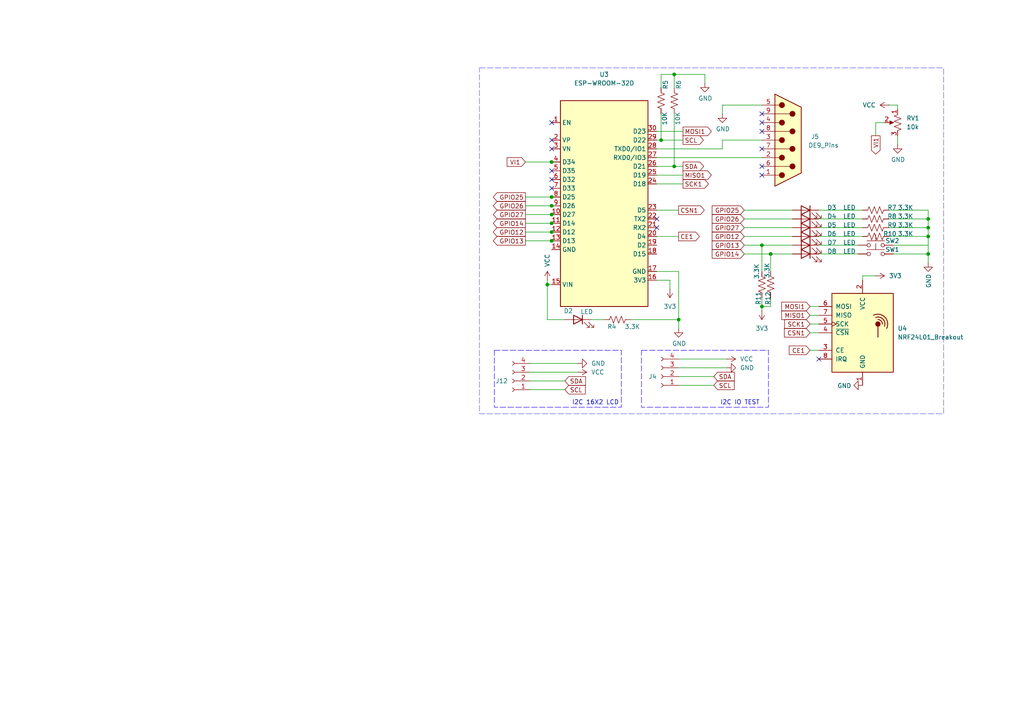
<source format=kicad_sch>
(kicad_sch (version 20250114) (generator "eeschema") (generator_version "9.0")
  (paper "A4")
  (lib_symbols
    (symbol "Add_new:ESP-WROOM-32D"
      (property "Reference" "U3" (at 0 3.81 0))
      (property "Value" "ESP-WROOM-32D" (at 0 1.27 0))
      (property "Footprint" "Add_New:ESP-WROOM-32D" (at 0 -1.27 0))
      (symbol "ESP-WROOM-32D_1_1"
        (rectangle (start -12.7 -3.81) (end 12.7 -63.5) (stroke (width 0.254)) (fill (type background)))
        (pin power_in line (at -15.24 -10.16 0) (length 2.54) (name "EN") (number "1"))
        (pin input line (at -15.24 -15.24 0) (length 2.54) (name "VP") (number "2"))
        (pin input line (at -15.24 -17.78 0) (length 2.54) (name "VN") (number "3"))
        (pin input line (at -15.24 -21.59 0) (length 2.54) (name "D34") (number "4"))
        (pin input line (at -15.24 -24.13 0) (length 2.54) (name "D35") (number "5"))
        (pin input line (at -15.24 -26.67 0) (length 2.54) (name "D32") (number "6"))
        (pin input line (at -15.24 -29.21 0) (length 2.54) (name "D33") (number "7"))
        (pin bidirectional line (at -15.24 -31.75 0) (length 2.54) (name "D25") (number "8"))
        (pin bidirectional line (at -15.24 -34.29 0) (length 2.54) (name "D26") (number "9"))
        (pin bidirectional line (at -15.24 -36.83 0) (length 2.54) (name "D27") (number "10"))
        (pin bidirectional line (at -15.24 -39.37 0) (length 2.54) (name "D14") (number "11"))
        (pin bidirectional line (at -15.24 -41.91 0) (length 2.54) (name "D12") (number "12"))
        (pin bidirectional line (at -15.24 -44.45 0) (length 2.54) (name "D13") (number "13"))
        (pin bidirectional line (at -15.24 -46.99 0) (length 2.54) (name "GND") (number "14"))
        (pin power_in line (at -15.24 -57.15 0) (length 2.54) (name "VIN") (number "15"))
        (pin bidirectional line (at 15.24 -12.7 180) (length 2.54) (name "D23") (number "30"))
        (pin bidirectional line (at 15.24 -15.24 180) (length 2.54) (name "D22") (number "29"))
        (pin bidirectional line (at 15.24 -17.78 180) (length 2.54) (name "TXD0/IO1") (number "28"))
        (pin bidirectional line (at 15.24 -20.32 180) (length 2.54) (name "RXD0/IO3") (number "27"))
        (pin bidirectional line (at 15.24 -22.86 180) (length 2.54) (name "D21") (number "26"))
        (pin bidirectional line (at 15.24 -25.4 180) (length 2.54) (name "D19") (number "25"))
        (pin bidirectional line (at 15.24 -27.94 180) (length 2.54) (name "D18") (number "24"))
        (pin bidirectional line (at 15.24 -35.56 180) (length 2.54) (name "D5") (number "23"))
        (pin bidirectional line (at 15.24 -38.1 180) (length 2.54) (name "TX2") (number "22"))
        (pin bidirectional line (at 15.24 -40.64 180) (length 2.54) (name "RX2") (number "21"))
        (pin bidirectional line (at 15.24 -43.18 180) (length 2.54) (name "D4") (number "20"))
        (pin bidirectional line (at 15.24 -45.72 180) (length 2.54) (name "D2") (number "19"))
        (pin bidirectional line (at 15.24 -48.26 180) (length 2.54) (name "D15") (number "18"))
        (pin power_in line (at 15.24 -53.34 180) (length 2.54) (name "GND") (number "17"))
        (pin power_in line (at 15.24 -55.88 180) (length 2.54) (name "3V3") (number "16"))
      )
    )
    (symbol "Connector:Conn_01x04_Socket" (pin_names (offset 1.016) (hide yes))
      (property "Reference" "J" (at 0 5.08 0))
      (property "Value" "Conn_01x04_Socket" (at 0 -7.62 0))
      (symbol "Conn_01x04_Socket_1_1"
        (polyline (pts (xy -1.27 2.54) (xy -0.508 2.54)) (stroke (width 0.1524)))
        (polyline (pts (xy -1.27 0) (xy -0.508 0)) (stroke (width 0.1524)))
        (polyline (pts (xy -1.27 -2.54) (xy -0.508 -2.54)) (stroke (width 0.1524)))
        (polyline (pts (xy -1.27 -5.08) (xy -0.508 -5.08)) (stroke (width 0.1524)))
        (arc (start 0 2.032) (mid -0.5058 2.54) (end 0 3.048) (stroke (width 0.1524)))
        (arc (start 0 -0.508) (mid -0.5058 0) (end 0 0.508) (stroke (width 0.1524)))
        (arc (start 0 -3.048) (mid -0.5058 -2.54) (end 0 -2.032) (stroke (width 0.1524)))
        (arc (start 0 -5.588) (mid -0.5058 -5.08) (end 0 -4.572) (stroke (width 0.1524)))
        (pin passive line (at -5.08 2.54 0) (length 3.81) (name "Pin_1") (number "1"))
        (pin passive line (at -5.08 0 0) (length 3.81) (name "Pin_2") (number "2"))
        (pin passive line (at -5.08 -2.54 0) (length 3.81) (name "Pin_3") (number "3"))
        (pin passive line (at -5.08 -5.08 0) (length 3.81) (name "Pin_4") (number "4"))
      )
    )
    (symbol "Connector:DE9_Pins" (pin_names (offset 1.016) (hide yes))
      (property "Reference" "J" (at 0 13.97 0))
      (property "Value" "DE9_Pins" (at 0 -14.605 0))
      (symbol "DE9_Pins_0_1"
        (polyline (pts (xy -3.81 10.16) (xy -2.54 10.16)))
        (polyline (pts (xy -3.81 7.62) (xy 0.508 7.62)))
        (polyline (pts (xy -3.81 5.08) (xy -2.54 5.08)))
        (polyline (pts (xy -3.81 2.54) (xy 0.508 2.54)))
        (polyline (pts (xy -3.81 0) (xy -2.54 0)))
        (polyline (pts (xy -3.81 -2.54) (xy 0.508 -2.54)))
        (polyline (pts (xy -3.81 -5.08) (xy -2.54 -5.08)))
        (polyline (pts (xy -3.81 -7.62) (xy 0.508 -7.62)))
        (polyline (pts (xy -3.81 -10.16) (xy -2.54 -10.16)))
        (polyline (pts (xy -3.81 -13.335) (xy -3.81 13.335) (xy 3.81 9.525) (xy 3.81 -9.525) (xy -3.81 -13.335)) (stroke (width 0.254)) (fill (type background)))
        (circle (center -1.778 10.16) (radius 0.762) (fill (type outline)))
        (circle (center -1.778 5.08) (radius 0.762) (fill (type outline)))
        (circle (center -1.778 0) (radius 0.762) (fill (type outline)))
        (circle (center -1.778 -5.08) (radius 0.762) (fill (type outline)))
        (circle (center -1.778 -10.16) (radius 0.762) (fill (type outline)))
        (circle (center 1.27 7.62) (radius 0.762) (fill (type outline)))
        (circle (center 1.27 2.54) (radius 0.762) (fill (type outline)))
        (circle (center 1.27 -2.54) (radius 0.762) (fill (type outline)))
        (circle (center 1.27 -7.62) (radius 0.762) (fill (type outline)))
      )
      (symbol "DE9_Pins_1_1"
        (pin passive line (at -7.62 10.16 0) (length 3.81) (name "5") (number "5"))
        (pin passive line (at -7.62 7.62 0) (length 3.81) (name "9") (number "9"))
        (pin passive line (at -7.62 5.08 0) (length 3.81) (name "4") (number "4"))
        (pin passive line (at -7.62 2.54 0) (length 3.81) (name "8") (number "8"))
        (pin passive line (at -7.62 0 0) (length 3.81) (name "3") (number "3"))
        (pin passive line (at -7.62 -2.54 0) (length 3.81) (name "7") (number "7"))
        (pin passive line (at -7.62 -5.08 0) (length 3.81) (name "2") (number "2"))
        (pin passive line (at -7.62 -7.62 0) (length 3.81) (name "6") (number "6"))
        (pin passive line (at -7.62 -10.16 0) (length 3.81) (name "1") (number "1"))
      )
    )
    (symbol "Device:LED" (pin_numbers (hide yes)) (pin_names (offset 1.016) (hide yes))
      (property "Reference" "D" (at 0 2.54 0))
      (property "Value" "LED" (at 0 -2.54 0))
      (symbol "LED_0_1"
        (polyline (pts (xy -3.048 -0.762) (xy -4.572 -2.286) (xy -3.81 -2.286) (xy -4.572 -2.286) (xy -4.572 -1.524)))
        (polyline (pts (xy -1.778 -0.762) (xy -3.302 -2.286) (xy -2.54 -2.286) (xy -3.302 -2.286) (xy -3.302 -1.524)))
        (polyline (pts (xy -1.27 0) (xy 1.27 0)))
        (polyline (pts (xy -1.27 -1.27) (xy -1.27 1.27)) (stroke (width 0.254)))
        (polyline (pts (xy 1.27 -1.27) (xy 1.27 1.27) (xy -1.27 0) (xy 1.27 -1.27)) (stroke (width 0.254)))
      )
      (symbol "LED_1_1"
        (pin passive line (at -3.81 0 0) (length 2.54) (name "K") (number "1"))
        (pin passive line (at 3.81 0 180) (length 2.54) (name "A") (number "2"))
      )
    )
    (symbol "Device:R_Potentiometer_US" (pin_names (offset 1.016) (hide yes))
      (property "Reference" "RV" (at -4.445 0 90))
      (property "Value" "R_Potentiometer_US" (at -2.54 0 90))
      (symbol "R_Potentiometer_US_0_1"
        (polyline (pts (xy 0 2.54) (xy 0 2.286)))
        (polyline (pts (xy 0 2.286) (xy 1.016 1.905) (xy 0 1.524) (xy -1.016 1.143) (xy 0 0.762)))
        (polyline (pts (xy 0 0.762) (xy 1.016 0.381) (xy 0 0) (xy -1.016 -0.381) (xy 0 -0.762)))
        (polyline (pts (xy 0 -0.762) (xy 1.016 -1.143) (xy 0 -1.524) (xy -1.016 -1.905) (xy 0 -2.286)))
        (polyline (pts (xy 0 -2.286) (xy 0 -2.54)))
        (polyline (pts (xy 1.143 0) (xy 2.286 0.508) (xy 2.286 -0.508) (xy 1.143 0)) (fill (type outline)))
        (polyline (pts (xy 2.54 0) (xy 1.524 0)))
      )
      (symbol "R_Potentiometer_US_1_1"
        (pin passive line (at 0 3.81 270) (length 1.27) (name "1") (number "1"))
        (pin passive line (at 0 -3.81 90) (length 1.27) (name "3") (number "3"))
        (pin passive line (at 3.81 0 180) (length 1.27) (name "2") (number "2"))
      )
    )
    (symbol "Device:R_US" (pin_numbers (hide yes)) (pin_names (offset 0))
      (property "Reference" "R" (at 2.54 0 90))
      (property "Value" "R_US" (at -2.54 0 90))
      (symbol "R_US_0_1"
        (polyline (pts (xy 0 2.286) (xy 0 2.54)))
        (polyline (pts (xy 0 2.286) (xy 1.016 1.905) (xy 0 1.524) (xy -1.016 1.143) (xy 0 0.762)))
        (polyline (pts (xy 0 0.762) (xy 1.016 0.381) (xy 0 0) (xy -1.016 -0.381) (xy 0 -0.762)))
        (polyline (pts (xy 0 -0.762) (xy 1.016 -1.143) (xy 0 -1.524) (xy -1.016 -1.905) (xy 0 -2.286)))
        (polyline (pts (xy 0 -2.286) (xy 0 -2.54)))
      )
      (symbol "R_US_1_1"
        (pin passive line (at 0 3.81 270) (length 1.27) (name "~") (number "1"))
        (pin passive line (at 0 -3.81 90) (length 1.27) (name "~") (number "2"))
      )
    )
    (symbol "RF:NRF24L01_Breakout" (pin_names (offset 1.016))
      (property "Reference" "U" (at -8.89 12.7 0))
      (property "Value" "NRF24L01_Breakout" (at 3.81 12.7 0))
      (symbol "NRF24L01_Breakout_0_1"
        (rectangle (start -8.89 11.43) (end 8.89 -11.43) (stroke (width 0.254)) (fill (type background)))
        (arc (start 3.175 5.08) (mid 6.453 4.548) (end 6.985 1.27) (stroke (width 0.254)))
        (circle (center 4.445 2.54) (radius 0.635) (stroke (width 0.254)) (fill (type outline)))
        (polyline (pts (xy 4.445 1.905) (xy 4.445 -1.27)) (stroke (width 0.254)))
        (arc (start 3.81 4.445) (mid 5.8835 3.9785) (end 6.35 1.905) (stroke (width 0.254)))
        (arc (start 4.445 3.81) (mid 5.3558 3.4508) (end 5.715 2.54) (stroke (width 0.254)))
      )
      (symbol "NRF24L01_Breakout_1_1"
        (pin input line (at -12.7 7.62 0) (length 3.81) (name "MOSI") (number "6"))
        (pin output line (at -12.7 5.08 0) (length 3.81) (name "MISO") (number "7"))
        (pin input clock (at -12.7 2.54 0) (length 3.81) (name "SCK") (number "5"))
        (pin input line (at -12.7 0 0) (length 3.81) (name "~{CSN}") (number "4"))
        (pin input line (at -12.7 -5.08 0) (length 3.81) (name "CE") (number "3"))
        (pin output line (at -12.7 -7.62 0) (length 3.81) (name "IRQ") (number "8"))
        (pin power_in line (at 0 15.24 270) (length 3.81) (name "VCC") (number "2"))
        (pin power_in line (at 0 -15.24 90) (length 3.81) (name "GND") (number "1"))
      )
    )
    (symbol "Switch:SW_Push" (pin_numbers (hide yes)) (pin_names (offset 1.016) (hide yes))
      (property "Reference" "SW" (at 1.27 2.54 0))
      (property "Value" "SW_Push" (at 0 -1.524 0))
      (symbol "SW_Push_0_1"
        (circle (center -2.032 0) (radius 0.508))
        (polyline (pts (xy 0 1.27) (xy 0 3.048)))
        (circle (center 2.032 0) (radius 0.508))
        (polyline (pts (xy 2.54 1.27) (xy -2.54 1.27)))
        (pin passive line (at -5.08 0 0) (length 2.54) (name "1") (number "1"))
        (pin passive line (at 5.08 0 180) (length 2.54) (name "2") (number "2"))
      )
    )
    (symbol "power:+3.3V" (power) (pin_numbers (hide yes)) (pin_names (offset 0) (hide yes))
      (property "Value" "+3.3V" (at 0 3.556 0))
      (symbol "+3.3V_0_1"
        (polyline (pts (xy -0.762 1.27) (xy 0 2.54)))
        (polyline (pts (xy 0 2.54) (xy 0.762 1.27)))
        (polyline (pts (xy 0 0) (xy 0 2.54)))
      )
      (symbol "+3.3V_1_1"
        (pin power_in line (at 0 0 90) (length 0) (name "~") (number "1"))
      )
    )
    (symbol "power:GND" (power) (pin_numbers (hide yes)) (pin_names (offset 0) (hide yes))
      (property "Value" "GND" (at 0 -3.81 0))
      (symbol "GND_0_1"
        (polyline (pts (xy 0 0) (xy 0 -1.27) (xy 1.27 -1.27) (xy 0 -2.54) (xy -1.27 -1.27) (xy 0 -1.27)))
      )
      (symbol "GND_1_1"
        (pin power_in line (at 0 0 270) (length 0) (name "~") (number "1"))
      )
    )
    (symbol "power:VCC" (power) (pin_numbers (hide yes)) (pin_names (offset 0) (hide yes))
      (property "Value" "VCC" (at 0 3.556 0))
      (symbol "VCC_0_1"
        (polyline (pts (xy -0.762 1.27) (xy 0 2.54)))
        (polyline (pts (xy 0 2.54) (xy 0.762 1.27)))
        (polyline (pts (xy 0 0) (xy 0 2.54)))
      )
      (symbol "VCC_1_1"
        (pin power_in line (at 0 0 90) (length 0) (name "~") (number "1"))
      )
    )
  )
  (rectangle (start 143.383 101.6) (end 180.213 118.11) (stroke (width 0) (type dash) (color 50 9 255 1)))
  (rectangle (start 139.065 19.685) (end 273.685 120.015) (stroke (width 0) (type dash) (color 99 93 255 1)))
  (rectangle (start 186.055 101.6) (end 222.885 118.11) (stroke (width 0) (type dash) (color 50 9 255 1)))
  (text "I2C 16X2 LCD" (at 172.72 116.84 0) (effects (font (size 1.27 1.27))))
  (text "I2C IO TEST" (at 214.63 116.84 0) (effects (font (size 1.27 1.27))))
  (junction (at 159.9951 64.77))
  (junction (at 220.98 71.12))
  (junction (at 195.5551 48.26))
  (junction (at 159.9951 59.69))
  (junction (at 158.75 82.55))
  (junction (at 159.9951 46.99))
  (junction (at 269.2151 73.66))
  (junction (at 159.9951 62.23))
  (junction (at 269.2151 66.04))
  (junction (at 159.9951 69.85))
  (junction (at 220.98 88.9))
  (junction (at 191.7451 40.64))
  (junction (at 223.52 73.66))
  (junction (at 196.85 92.71))
  (junction (at 159.9951 67.31))
  (junction (at 159.9951 57.15))
  (junction (at 269.2151 63.5))
  (junction (at 269.2151 68.58))
  (junction (at 195.5551 21.59))
  (no_connect (at 220.98 35.56))
  (no_connect (at 220.98 48.26))
  (no_connect (at 220.98 43.18))
  (no_connect (at 237.5149 104.14))
  (no_connect (at 220.98 50.8))
  (no_connect (at 220.98 38.1))
  (no_connect (at 160.02 35.56))
  (no_connect (at 160.02 40.64))
  (no_connect (at 160.02 43.18))
  (no_connect (at 190.5 66.04))
  (no_connect (at 160.02 54.61))
  (no_connect (at 220.98 33.02))
  (no_connect (at 160.02 52.07))
  (no_connect (at 160.02 49.53))
  (no_connect (at 190.5 63.5))
  (wire (pts (xy 159.9951 67.31) (xy 160.02 67.31)))
  (wire (pts (xy 160.02 62.23) (xy 159.9951 62.23)))
  (wire (pts (xy 269.2151 60.96) (xy 269.2151 63.5)))
  (wire (pts (xy 195.5551 21.59) (xy 195.5551 25.4)))
  (wire (pts (xy 220.98 88.9) (xy 220.98 90.17)))
  (wire (pts (xy 256.54 35.56) (xy 254 35.56)))
  (wire (pts (xy 153.67 113.03) (xy 163.83 113.03)))
  (wire (pts (xy 223.52 88.9) (xy 220.98 88.9)))
  (wire (pts (xy 215.8751 60.96) (xy 229.8451 60.96)))
  (wire (pts (xy 269.2151 73.66) (xy 269.2151 76.2)))
  (wire (pts (xy 234.95 101.6) (xy 237.49 101.6)))
  (wire (pts (xy 190.4751 50.8) (xy 198.0951 50.8)))
  (wire (pts (xy 196.85 109.22) (xy 207.01 109.22)))
  (wire (pts (xy 195.5551 48.26) (xy 198.0951 48.26)))
  (wire (pts (xy 234.95 96.52) (xy 237.49 96.52)))
  (wire (pts (xy 190.4751 43.18) (xy 209.5251 43.18)))
  (wire (pts (xy 220.98 71.12) (xy 220.98 78.74)))
  (wire (pts (xy 163.83 92.71) (xy 158.75 92.71)))
  (wire (pts (xy 237.4651 63.5) (xy 250.1651 63.5)))
  (wire (pts (xy 209.5251 40.64) (xy 220.9551 40.64)))
  (wire (pts (xy 160.02 57.15) (xy 159.9951 57.15)))
  (wire (pts (xy 190.4751 68.58) (xy 196.8251 68.58)))
  (wire (pts (xy 250.19 80.01) (xy 254 80.01)))
  (wire (pts (xy 223.52 73.66) (xy 229.87 73.66)))
  (wire (pts (xy 196.85 78.74) (xy 196.85 92.71)))
  (wire (pts (xy 160.02 54.61) (xy 159.9951 54.61)))
  (wire (pts (xy 260.35 30.48) (xy 257.81 30.48)))
  (wire (pts (xy 190.4751 53.34) (xy 198.0951 53.34)))
  (wire (pts (xy 237.4651 60.96) (xy 250.1651 60.96)))
  (wire (pts (xy 160.02 52.07) (xy 159.9951 52.07)))
  (wire (pts (xy 237.4651 68.58) (xy 250.1651 68.58)))
  (wire (pts (xy 215.8751 63.5) (xy 229.8451 63.5)))
  (wire (pts (xy 196.85 106.68) (xy 210.82 106.68)))
  (wire (pts (xy 215.8751 71.12) (xy 220.98 71.12)))
  (wire (pts (xy 250.19 81.28) (xy 250.19 80.01)))
  (wire (pts (xy 182.88 92.71) (xy 196.85 92.71)))
  (wire (pts (xy 237.4651 66.04) (xy 250.1651 66.04)))
  (wire (pts (xy 254 35.56) (xy 254 39.37)))
  (wire (pts (xy 257.7851 66.04) (xy 269.2151 66.04)))
  (wire (pts (xy 209.5251 30.48) (xy 209.5251 33.02)))
  (wire (pts (xy 159.9951 59.69) (xy 160.02 59.69)))
  (wire (pts (xy 259.08 71.12) (xy 269.24 71.12)))
  (wire (pts (xy 220.98 71.12) (xy 229.87 71.12)))
  (wire (pts (xy 195.5551 33.02) (xy 195.5551 48.26)))
  (wire (pts (xy 223.52 86.36) (xy 223.52 88.9)))
  (wire (pts (xy 152.4 59.69) (xy 159.9951 59.69)))
  (wire (pts (xy 190.4751 60.96) (xy 196.8251 60.96)))
  (wire (pts (xy 171.45 92.71) (xy 175.26 92.71)))
  (wire (pts (xy 191.7451 40.64) (xy 198.0951 40.64)))
  (wire (pts (xy 257.7851 60.96) (xy 269.2151 60.96)))
  (wire (pts (xy 159.9951 64.77) (xy 160.02 64.77)))
  (wire (pts (xy 153.67 107.95) (xy 167.64 107.95)))
  (wire (pts (xy 158.75 92.71) (xy 158.75 82.55)))
  (wire (pts (xy 190.5 81.28) (xy 194.31 81.28)))
  (wire (pts (xy 269.2151 63.5) (xy 269.2151 66.04)))
  (wire (pts (xy 237.49 71.12) (xy 248.92 71.12)))
  (wire (pts (xy 269.2151 68.58) (xy 269.2151 73.66)))
  (wire (pts (xy 215.8751 66.04) (xy 229.8451 66.04)))
  (wire (pts (xy 234.95 88.9) (xy 237.49 88.9)))
  (wire (pts (xy 223.52 73.66) (xy 223.52 78.74)))
  (wire (pts (xy 194.31 83.82) (xy 194.31 81.28)))
  (wire (pts (xy 269.2151 66.04) (xy 269.2151 68.58)))
  (wire (pts (xy 220.98 86.36) (xy 220.98 88.9)))
  (wire (pts (xy 191.7451 25.4) (xy 191.7451 21.59)))
  (wire (pts (xy 190.4751 78.74) (xy 196.85 78.74)))
  (wire (pts (xy 190.4751 48.26) (xy 195.5551 48.26)))
  (wire (pts (xy 190.4751 40.64) (xy 191.7451 40.64)))
  (wire (pts (xy 190.4751 45.72) (xy 220.9551 45.72)))
  (wire (pts (xy 160.02 49.53) (xy 159.9951 49.53)))
  (wire (pts (xy 190.4751 38.1) (xy 198.0951 38.1)))
  (wire (pts (xy 160.02 46.99) (xy 159.9951 46.99)))
  (wire (pts (xy 260.35 30.48) (xy 260.35 31.75)))
  (wire (pts (xy 153.67 110.49) (xy 163.83 110.49)))
  (wire (pts (xy 215.8751 68.58) (xy 229.8451 68.58)))
  (wire (pts (xy 209.5251 40.64) (xy 209.5251 43.18)))
  (wire (pts (xy 196.85 111.76) (xy 207.01 111.76)))
  (wire (pts (xy 209.5251 30.48) (xy 220.9551 30.48)))
  (wire (pts (xy 215.8751 73.66) (xy 223.52 73.66)))
  (wire (pts (xy 152.4 69.85) (xy 159.9951 69.85)))
  (wire (pts (xy 153.67 105.41) (xy 167.64 105.41)))
  (wire (pts (xy 257.7851 68.58) (xy 269.2151 68.58)))
  (wire (pts (xy 152.4 64.77) (xy 159.9951 64.77)))
  (wire (pts (xy 159.9951 46.99) (xy 152.4 46.99)))
  (wire (pts (xy 195.5551 21.59) (xy 204.4451 21.59)))
  (wire (pts (xy 159.9951 57.15) (xy 152.4 57.15)))
  (wire (pts (xy 234.95 93.98) (xy 237.49 93.98)))
  (wire (pts (xy 237.49 73.66) (xy 248.92 73.66)))
  (wire (pts (xy 257.7851 63.5) (xy 269.2151 63.5)))
  (wire (pts (xy 234.95 91.44) (xy 237.49 91.44)))
  (wire (pts (xy 204.4451 21.59) (xy 204.4451 24.13)))
  (wire (pts (xy 158.75 82.55) (xy 159.9951 82.55)))
  (wire (pts (xy 259.08 73.66) (xy 269.2151 73.66)))
  (wire (pts (xy 158.75 82.55) (xy 158.75 81.28)))
  (wire (pts (xy 196.85 92.71) (xy 196.85 95.25)))
  (wire (pts (xy 196.85 104.14) (xy 210.82 104.14)))
  (wire (pts (xy 191.7451 21.59) (xy 195.5551 21.59)))
  (wire (pts (xy 191.7451 33.02) (xy 191.7451 40.64)))
  (wire (pts (xy 152.3751 67.31) (xy 159.9951 67.31)))
  (wire (pts (xy 159.9951 69.85) (xy 160.02 69.85)))
  (wire (pts (xy 159.9951 62.23) (xy 152.4 62.23)))
  (wire (pts (xy 260.35 39.37) (xy 260.35 41.91)))
  (global_label "GPIO12" (shape input) (at 215.8751 68.58 180) (property "Intersheetrefs" "${INTERSHEET_REFS}" (effects (hide yes))))
  (global_label "VI1" (shape output) (at 254 39.37 270) (property "Intersheetrefs" "${INTERSHEET_REFS}" (effects (hide yes))))
  (global_label "SCL" (shape output) (at 198.0951 40.64 0) (property "Intersheetrefs" "${INTERSHEET_REFS}" (effects (hide yes))))
  (global_label "GPIO25" (shape output) (at 152.4 57.15 180) (property "Intersheetrefs" "${INTERSHEET_REFS}" (effects (hide yes))))
  (global_label "GPIO14" (shape output) (at 152.4 64.77 180) (property "Intersheetrefs" "${INTERSHEET_REFS}" (effects (hide yes))))
  (global_label "CSN1" (shape output) (at 196.8251 60.96 0) (property "Intersheetrefs" "${INTERSHEET_REFS}" (effects (hide yes))))
  (global_label "GPIO27" (shape output) (at 152.4 62.23 180) (property "Intersheetrefs" "${INTERSHEET_REFS}" (effects (hide yes))))
  (global_label "SCK1" (shape output) (at 198.0951 53.34 0) (property "Intersheetrefs" "${INTERSHEET_REFS}" (effects (hide yes))))
  (global_label "MISO1" (shape output) (at 198.0951 50.8 0) (property "Intersheetrefs" "${INTERSHEET_REFS}" (effects (hide yes))))
  (global_label "GPIO14" (shape input) (at 215.8751 73.66 180) (property "Intersheetrefs" "${INTERSHEET_REFS}" (effects (hide yes))))
  (global_label "MOSI1" (shape output) (at 198.0951 38.1 0) (property "Intersheetrefs" "${INTERSHEET_REFS}" (effects (hide yes))))
  (global_label "GPIO25" (shape input) (at 215.8751 60.96 180) (property "Intersheetrefs" "${INTERSHEET_REFS}" (effects (hide yes))))
  (global_label "SDA" (shape output) (at 198.0951 48.26 0) (property "Intersheetrefs" "${INTERSHEET_REFS}" (effects (hide yes))))
  (global_label "GPIO12" (shape output) (at 152.3751 67.31 180) (property "Intersheetrefs" "${INTERSHEET_REFS}" (effects (hide yes))))
  (global_label "SCL" (shape input) (at 163.83 113.03 0) (property "Intersheetrefs" "${INTERSHEET_REFS}" (effects (hide yes))))
  (global_label "CE1" (shape input) (at 234.95 101.6 180) (property "Intersheetrefs" "${INTERSHEET_REFS}" (effects (hide yes))))
  (global_label "MOSI1" (shape input) (at 234.95 88.9 180) (property "Intersheetrefs" "${INTERSHEET_REFS}" (effects (hide yes))))
  (global_label "VI1" (shape input) (at 152.4 46.99 180) (property "Intersheetrefs" "${INTERSHEET_REFS}" (effects (hide yes))))
  (global_label "GPIO26" (shape input) (at 215.8751 63.5 180) (property "Intersheetrefs" "${INTERSHEET_REFS}" (effects (hide yes))))
  (global_label "CSN1" (shape input) (at 234.95 96.52 180) (property "Intersheetrefs" "${INTERSHEET_REFS}" (effects (hide yes))))
  (global_label "GPIO13" (shape output) (at 152.4 69.85 180) (property "Intersheetrefs" "${INTERSHEET_REFS}" (effects (hide yes))))
  (global_label "CE1" (shape output) (at 196.8251 68.58 0) (property "Intersheetrefs" "${INTERSHEET_REFS}" (effects (hide yes))))
  (global_label "GPIO13" (shape input) (at 215.8751 71.12 180) (property "Intersheetrefs" "${INTERSHEET_REFS}" (effects (hide yes))))
  (global_label "SCK1" (shape input) (at 234.95 93.98 180) (property "Intersheetrefs" "${INTERSHEET_REFS}" (effects (hide yes))))
  (global_label "SDA" (shape input) (at 163.83 110.49 0) (property "Intersheetrefs" "${INTERSHEET_REFS}" (effects (hide yes))))
  (global_label "GPIO26" (shape output) (at 152.4 59.69 180) (property "Intersheetrefs" "${INTERSHEET_REFS}" (effects (hide yes))))
  (global_label "SDA" (shape input) (at 207.01 109.22 0) (property "Intersheetrefs" "${INTERSHEET_REFS}" (effects (hide yes))))
  (global_label "MISO1" (shape input) (at 234.95 91.44 180) (property "Intersheetrefs" "${INTERSHEET_REFS}" (effects (hide yes))))
  (global_label "GPIO27" (shape input) (at 215.8751 66.04 180) (property "Intersheetrefs" "${INTERSHEET_REFS}" (effects (hide yes))))
  (global_label "SCL" (shape input) (at 207.01 111.76 0) (property "Intersheetrefs" "${INTERSHEET_REFS}" (effects (hide yes))))
  (symbol (lib_id "power:GND") (at 269.2151 76.2 0) (unit 1)
    (property "Reference" "#PWR023" (effects (hide yes)))
    (property "Value" "GND" (at 269.3421 79.4512 90) (effects (justify right)))
  )
  (symbol (lib_id "Device:R_US") (at 195.5551 29.21 0) (unit 1)
    (property "Reference" "R6" (at 196.8251 25.908 90) (effects (justify left)))
    (property "Value" "10K" (at 196.5711 36.322 90) (effects (justify left)))
    (property "Footprint" "Resistor_THT:R_Axial_DIN0207_L6.3mm_D2.5mm_P10.16mm_Horizontal" (effects (hide yes)))
    (property "Description" "Resistor, US symbol" (effects (hide yes)))
  )
  (symbol (lib_id "Device:LED") (at 167.64 92.71 0) (mirror y) (unit 1)
    (property "Reference" "D2" (at 164.846 90.17 0))
    (property "Value" "LED" (at 170.18 90.424 0))
    (property "Footprint" "LED_THT:LED_D3.0mm_Horizontal_O1.27mm_Z2.0mm" (effects (hide yes)))
    (property "Description" "Light emitting diode" (effects (hide yes)))
    (property "Sim.Pins" "1=K 2=A" (effects (hide yes)))
  )
  (symbol (lib_id "power:VCC") (at 167.64 107.95 270) (unit 1)
    (property "Reference" "#PWR034" (effects (hide yes)))
    (property "Value" "VCC" (at 171.45 107.95 90) (effects (justify left)))
    (instances (project "atmega328p_base" (path "" (reference "#PWR034") (unit 1))) (project "" (path "" (reference "#PWR014") (unit 1))))
  )
  (symbol (lib_id "power:+3.3V") (at 254 80.01 270) (unit 1)
    (property "Reference" "#PWR025" (effects (hide yes)))
    (property "Value" "3V3" (at 257.81 80.0099 90) (effects (justify left)))
    (property "Description" "Power symbol creates a global label with name \"+3.3V\"" (effects (hide yes)))
  )
  (symbol (lib_id "Switch:SW_Push") (at 254 71.12 0) (unit 1)
    (property "Reference" "SW2" (at 258.826 69.85 0))
    (property "Value" "SW_Push" (effects (hide yes)))
    (property "Footprint" "Button_Switch_SMD:SW_Tactile_SPST_NO_Straight_CK_PTS636Sx25SMTRLFS" (effects (hide yes)))
    (property "Description" "Push button switch, generic, two pins" (effects (hide yes)))
  )
  (symbol (lib_id "power:VCC") (at 210.82 104.14 270) (unit 1)
    (property "Reference" "#PWR018" (effects (hide yes)))
    (property "Value" "VCC" (at 214.63 104.14 90) (effects (justify left)))
  )
  (symbol (lib_id "power:VCC") (at 257.81 30.48 90) (mirror x) (unit 1)
    (property "Reference" "#PWR030" (effects (hide yes)))
    (property "Value" "VCC" (at 254 30.48 90) (effects (justify left)))
    (instances (project "atmega328p_base" (path "" (reference "#PWR030") (unit 1))) (project "" (path "" (reference "#PWR021") (unit 1))))
  )
  (symbol (lib_id "Device:R_US") (at 223.52 82.55 180) (unit 1)
    (property "Reference" "R12" (at 222.758 84.582 90) (effects (justify left)))
    (property "Value" "3.3K" (at 222.504 76.2 90) (effects (justify left)))
    (property "Footprint" "Resistor_THT:R_Axial_DIN0207_L6.3mm_D2.5mm_P10.16mm_Horizontal" (effects (hide yes)))
  )
  (symbol (lib_id "power:GND") (at 260.35 41.91 0) (unit 1)
    (property "Reference" "#PWR022" (effects (hide yes)))
    (property "Value" "GND" (at 260.477 46.3042 0))
  )
  (symbol (lib_id "power:GND") (at 210.82 106.68 90) (unit 1)
    (property "Reference" "#PWR019" (effects (hide yes)))
    (property "Value" "GND" (at 214.63 106.6799 90) (effects (justify right)))
    (property "Description" "Power symbol creates a global label with name \"GND\" , ground" (effects (hide yes)))
  )
  (symbol (lib_id "Device:R_US") (at 253.9751 66.04 90) (unit 1)
    (property "Reference" "R9" (at 260.0711 65.278 90) (effects (justify left)))
    (property "Value" "3.3K" (at 264.8971 65.278 90) (effects (justify left)))
    (property "Footprint" "Resistor_THT:R_Axial_DIN0207_L6.3mm_D2.5mm_P10.16mm_Horizontal" (effects (hide yes)))
  )
  (symbol (lib_id "Device:LED") (at 233.6551 60.96 0) (mirror y) (unit 1)
    (property "Reference" "D3" (at 241.2751 60.198 0))
    (property "Value" "LED" (at 246.3551 60.198 0))
    (property "Footprint" "LED_THT:LED_D3.0mm_Horizontal_O1.27mm_Z2.0mm" (effects (hide yes)))
    (property "Description" "Light emitting diode" (effects (hide yes)))
    (property "Sim.Pins" "1=K 2=A" (effects (hide yes)))
  )
  (symbol (lib_id "Device:LED") (at 233.68 71.12 0) (mirror y) (unit 1)
    (property "Reference" "D7" (at 241.3 70.358 0))
    (property "Value" "LED" (at 246.38 70.358 0))
    (property "Footprint" "LED_THT:LED_D3.0mm_Horizontal_O1.27mm_Z2.0mm" (effects (hide yes)))
    (property "Description" "Light emitting diode" (effects (hide yes)))
    (property "Sim.Pins" "1=K 2=A" (effects (hide yes)))
  )
  (symbol (lib_id "Device:R_Potentiometer_US") (at 260.35 35.56 0) (mirror y) (unit 1)
    (property "Reference" "RV1" (at 262.89 34.2899 0) (effects (justify right)))
    (property "Value" "10k" (at 262.89 36.8299 0) (effects (justify right)))
    (property "Footprint" "Potentiometer_THT:Potentiometer_Alps_RK163_Single_Horizontal" (effects (hide yes)))
    (property "Description" "Potentiometer, US symbol" (effects (hide yes)))
  )
  (symbol (lib_id "Device:R_US") (at 253.9751 63.5 90) (unit 1)
    (property "Reference" "R8" (at 260.0711 62.738 90) (effects (justify left)))
    (property "Value" "3.3K" (at 264.8971 62.738 90) (effects (justify left)))
    (property "Footprint" "Resistor_THT:R_Axial_DIN0207_L6.3mm_D2.5mm_P10.16mm_Horizontal" (effects (hide yes)))
  )
  (symbol (lib_id "Device:R_US") (at 253.9751 60.96 90) (unit 1)
    (property "Reference" "R7" (at 260.0711 60.198 90) (effects (justify left)))
    (property "Value" "3.3K" (at 264.8971 60.198 90) (effects (justify left)))
    (property "Footprint" "Resistor_THT:R_Axial_DIN0207_L6.3mm_D2.5mm_P10.16mm_Horizontal" (effects (hide yes)))
  )
  (symbol (lib_id "Connector:DE9_Pins") (at 228.5751 40.64 0) (unit 1)
    (property "Reference" "J5" (at 235.1791 39.624 0) (effects (justify left)))
    (property "Value" "DE9_Pins" (at 234.4171 42.164 0) (effects (justify left)))
    (property "Footprint" "Connector_Dsub:DSUB-9_Pins_Vertical_P2.77x2.84mm_MountingHoles" (effects (hide yes)))
    (property "Description" "9-pin D-SUB connector, pins (male)" (effects (hide yes)))
  )
  (symbol (lib_id "power:GND") (at 196.85 95.25 0) (unit 1)
    (property "Reference" "#PWR015" (effects (hide yes)))
    (property "Value" "GND" (at 196.977 99.6442 0))
  )
  (symbol (lib_id "Device:LED") (at 233.68 73.66 0) (mirror y) (unit 1)
    (property "Reference" "D8" (at 241.3 72.898 0))
    (property "Value" "LED" (at 246.38 72.898 0))
    (property "Footprint" "LED_THT:LED_D3.0mm_Horizontal_O1.27mm_Z2.0mm" (effects (hide yes)))
    (property "Description" "Light emitting diode" (effects (hide yes)))
    (property "Sim.Pins" "1=K 2=A" (effects (hide yes)))
  )
  (symbol (lib_id "Device:R_US") (at 179.07 92.71 90) (unit 1)
    (property "Reference" "R4" (at 178.816 94.742 90) (effects (justify left)))
    (property "Value" "3.3K" (at 185.674 94.742 90) (effects (justify left)))
    (property "Footprint" "Resistor_THT:R_Axial_DIN0207_L6.3mm_D2.5mm_P10.16mm_Horizontal" (effects (hide yes)))
  )
  (symbol (lib_id "RF:NRF24L01_Breakout") (at 250.19 96.52 0) (unit 1)
    (property "Reference" "U4" (at 260.35 95.2499 0) (effects (justify left)))
    (property "Value" "NRF24L01_Breakout" (at 260.35 97.7899 0) (effects (justify left)))
    (property "Footprint" "RF_Module:nRF24L01_Breakout" (effects (hide yes)))
    (property "Datasheet" "http://www.nordicsemi.com/eng/content/download/2730/34105/file/nRF24L01_Product_Specification_v2_0.pdf" (effects (hide yes)))
    (property "Description" "Ultra low power 2.4GHz RF Transceiver, Carrier PCB" (effects (hide yes)))
  )
  (symbol (lib_id "Device:LED") (at 233.6551 68.58 0) (mirror y) (unit 1)
    (property "Reference" "D6" (at 241.2751 67.818 0))
    (property "Value" "LED" (at 246.3551 67.818 0))
    (property "Footprint" "LED_THT:LED_D3.0mm_Horizontal_O1.27mm_Z2.0mm" (effects (hide yes)))
    (property "Description" "Light emitting diode" (effects (hide yes)))
    (property "Sim.Pins" "1=K 2=A" (effects (hide yes)))
  )
  (symbol (lib_id "power:GND") (at 204.4451 24.13 0) (unit 1)
    (property "Reference" "#PWR016" (effects (hide yes)))
    (property "Value" "GND" (at 204.5721 28.5242 0))
  )
  (symbol (lib_id "power:GND") (at 250.19 111.76 270) (unit 1)
    (property "Reference" "#PWR020" (effects (hide yes)))
    (property "Value" "GND" (at 246.9388 111.887 90) (effects (justify right)))
  )
  (symbol (lib_id "Device:LED") (at 233.6551 63.5 0) (mirror y) (unit 1)
    (property "Reference" "D4" (at 241.2751 62.738 0))
    (property "Value" "LED" (at 246.3551 62.738 0))
    (property "Footprint" "LED_THT:LED_D3.0mm_Horizontal_O1.27mm_Z2.0mm" (effects (hide yes)))
    (property "Description" "Light emitting diode" (effects (hide yes)))
    (property "Sim.Pins" "1=K 2=A" (effects (hide yes)))
  )
  (symbol (lib_id "Switch:SW_Push") (at 254 73.66 0) (unit 1)
    (property "Reference" "SW1" (at 258.826 72.39 0))
    (property "Value" "SW_Push" (effects (hide yes)))
    (property "Footprint" "Button_Switch_SMD:SW_Tactile_SPST_NO_Straight_CK_PTS636Sx25SMTRLFS" (effects (hide yes)))
    (property "Description" "Push button switch, generic, two pins" (effects (hide yes)))
  )
  (symbol (lib_id "power:+3.3V") (at 220.98 90.17 180) (unit 1)
    (property "Reference" "#PWR026" (effects (hide yes)))
    (property "Value" "3V3" (at 220.98 95.25 0))
    (property "Description" "Power symbol creates a global label with name \"+3.3V\"" (effects (hide yes)))
  )
  (symbol (lib_id "Device:LED") (at 233.6551 66.04 0) (mirror y) (unit 1)
    (property "Reference" "D5" (at 241.2751 65.278 0))
    (property "Value" "LED" (at 246.3551 65.278 0))
    (property "Footprint" "LED_THT:LED_D3.0mm_Horizontal_O1.27mm_Z2.0mm" (effects (hide yes)))
    (property "Description" "Light emitting diode" (effects (hide yes)))
    (property "Sim.Pins" "1=K 2=A" (effects (hide yes)))
  )
  (symbol (lib_id "power:VCC") (at 158.75 81.28 0) (mirror y) (unit 1)
    (property "Reference" "#PWR012" (effects (hide yes)))
    (property "Value" "VCC" (at 158.75 77.47 90) (effects (justify left)))
  )
  (symbol (lib_id "power:GND") (at 209.5251 33.02 0) (unit 1)
    (property "Reference" "#PWR017" (effects (hide yes)))
    (property "Value" "GND" (at 209.6521 37.4142 0))
  )
  (symbol (lib_id "power:GND") (at 167.64 105.41 90) (unit 1)
    (property "Reference" "#PWR033" (effects (hide yes)))
    (property "Value" "GND" (at 171.45 105.4099 90) (effects (justify right)))
    (property "Description" "Power symbol creates a global label with name \"GND\" , ground" (effects (hide yes)))
    (instances (project "atmega328p_base" (path "" (reference "#PWR033") (unit 1))) (project "" (path "" (reference "#PWR013") (unit 1))))
  )
  (symbol (lib_id "Connector:Conn_01x04_Socket") (at 191.77 109.22 180) (unit 1)
    (property "Reference" "J4" (at 190.5 109.2201 0) (effects (justify left)))
    (property "Value" "Conn_01x04_Socket" (effects (hide yes)))
    (property "Footprint" "Add_New:CONN_PPTC041LFBN-RC_SUL" (effects (hide yes)))
    (property "Description" "Generic connector, single row, 01x04, script generated" (effects (hide yes)))
  )
  (symbol (lib_id "Connector:Conn_01x04_Socket") (at 148.59 110.49 180) (unit 1)
    (property "Reference" "J12" (at 147.32 110.4901 0) (effects (justify left)))
    (property "Value" "Conn_01x04_Socket" (effects (hide yes)))
    (property "Footprint" "Add_New:CONN_PPPC041LGBN-RC_SUL" (effects (hide yes)))
    (property "Description" "Generic connector, single row, 01x04, script generated" (effects (hide yes)))
    (instances (project "atmega328p_base" (path "" (reference "J12") (unit 1))) (project "" (path "" (reference "J3") (unit 1))))
  )
  (symbol (lib_id "Device:R_US") (at 220.98 82.55 180) (unit 1)
    (property "Reference" "R11" (at 219.964 84.582 90) (effects (justify left)))
    (property "Value" "3.3K" (at 219.456 76.454 90) (effects (justify left)))
    (property "Footprint" "Resistor_THT:R_Axial_DIN0207_L6.3mm_D2.5mm_P10.16mm_Horizontal" (effects (hide yes)))
  )
  (symbol (lib_id "power:+3.3V") (at 194.31 83.82 180) (unit 1)
    (property "Reference" "#PWR024" (effects (hide yes)))
    (property "Value" "3V3" (at 194.31 88.9 0))
    (property "Description" "Power symbol creates a global label with name \"+3.3V\"" (effects (hide yes)))
  )
  (symbol (lib_id "Device:R_US") (at 191.7451 29.21 0) (unit 1)
    (property "Reference" "R5" (at 193.0151 25.908 90) (effects (justify left)))
    (property "Value" "10K" (at 192.7611 36.322 90) (effects (justify left)))
    (property "Footprint" "Resistor_THT:R_Axial_DIN0207_L6.3mm_D2.5mm_P10.16mm_Horizontal" (effects (hide yes)))
    (property "Description" "Resistor, US symbol" (effects (hide yes)))
  )
  (symbol (lib_id "Device:R_US") (at 253.9751 68.58 90) (unit 1)
    (property "Reference" "R10" (at 260.0711 67.818 90) (effects (justify left)))
    (property "Value" "3.3K" (at 264.8971 67.818 90) (effects (justify left)))
    (property "Footprint" "Resistor_THT:R_Axial_DIN0207_L6.3mm_D2.5mm_P10.16mm_Horizontal" (effects (hide yes)))
  )
  (symbol (lib_id "Add_new:ESP-WROOM-32D") (at 175.2351 25.4 0) (unit 1)
    (property "Reference" "U3" (at 175.2351 21.59 0))
    (property "Value" "ESP-WROOM-32D" (at 175.2351 24.13 0))
    (property "Footprint" "Add_New:ESP-WROOM-32D" (effects (hide yes)))
  )
)
</source>
